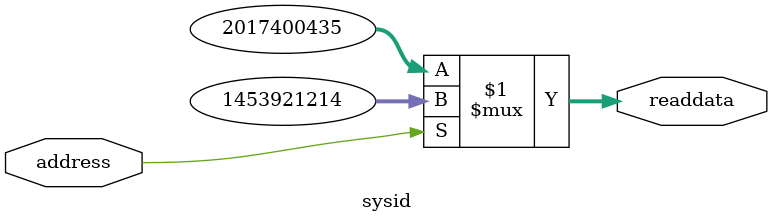
<source format=v>

`timescale 1ns / 1ps
// synthesis translate_on

// turn off superfluous verilog processor warnings 
// altera message_level Level1 
// altera message_off 10034 10035 10036 10037 10230 10240 10030 

module sysid (
               // inputs:
                address,

               // outputs:
                readdata
             )
;

  output  [ 31: 0] readdata;
  input            address;

  wire    [ 31: 0] readdata;
  //control_slave, which is an e_avalon_slave
  assign readdata = address ? 1453921214 : 2017400435;

endmodule


</source>
